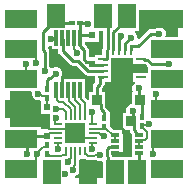
<source format=gtl>
G04*
G04 #@! TF.GenerationSoftware,Altium Limited,Altium Designer,22.2.1 (43)*
G04*
G04 Layer_Physical_Order=1*
G04 Layer_Color=3707366*
%FSLAX44Y44*%
%MOMM*%
G71*
G04*
G04 #@! TF.SameCoordinates,55AAE711-CEB4-47FC-94B9-92884521197F*
G04*
G04*
G04 #@! TF.FilePolarity,Positive*
G04*
G01*
G75*
%ADD11C,0.2000*%
%ADD12R,0.3000X1.4000*%
%ADD13R,0.4500X1.6000*%
%ADD14R,0.7500X0.3000*%
%ADD15R,1.8000X1.8000*%
%ADD16R,0.8000X0.2000*%
%ADD17R,0.2000X0.8000*%
%ADD18R,0.4500X0.5000*%
%ADD19R,0.5400X0.5800*%
%ADD20R,0.8500X0.9000*%
%ADD24R,0.5000X0.4500*%
%ADD41R,2.8000X1.5000*%
%ADD42R,1.5000X2.0000*%
%ADD43R,0.2400X0.8500*%
%ADD44R,0.8500X0.2400*%
%ADD45C,0.2500*%
%ADD46C,0.6000*%
G36*
X147000Y124100D02*
X136895D01*
X136189Y125156D01*
X136500Y125906D01*
Y128094D01*
X135663Y130115D01*
X134115Y131663D01*
X132094Y132500D01*
X129906D01*
X127885Y131663D01*
X127045Y130823D01*
X123926D01*
X122463Y130532D01*
X121223Y129704D01*
X113673Y122154D01*
X113612Y122167D01*
X112500Y122777D01*
Y124594D01*
X111663Y126615D01*
X110115Y128163D01*
X109953Y128230D01*
X110205Y129500D01*
X113500D01*
Y147000D01*
X147000D01*
Y124100D01*
D02*
G37*
G36*
X83677Y115050D02*
X83218Y114363D01*
X82927Y112900D01*
Y108700D01*
X77000D01*
Y107000D01*
X73419D01*
X73050Y107073D01*
X71323D01*
Y113035D01*
X71032Y114499D01*
X70204Y115739D01*
X68073Y117869D01*
Y119895D01*
X69300Y120000D01*
Y120000D01*
X79700D01*
Y129500D01*
X83677D01*
Y115050D01*
D02*
G37*
G36*
X37906Y116500D02*
X40000D01*
Y113500D01*
X45427D01*
Y112250D01*
X45718Y110787D01*
X46546Y109546D01*
X55296Y100796D01*
X56537Y99968D01*
X58000Y99677D01*
X60416D01*
X67796Y92296D01*
X69037Y91468D01*
X70500Y91177D01*
X77000D01*
Y86300D01*
X76380Y85287D01*
X75796Y84704D01*
X74968Y83463D01*
X74677Y82000D01*
Y77500D01*
X71750D01*
Y70974D01*
X70666Y70576D01*
X70480Y70567D01*
X68069Y72978D01*
Y78500D01*
X68000Y78845D01*
Y88500D01*
X50000D01*
Y72780D01*
X49743Y72569D01*
X48069D01*
Y78500D01*
X48000Y78845D01*
Y88500D01*
X48000D01*
X47642Y89364D01*
X48163Y89885D01*
X49000Y91906D01*
Y94094D01*
X48163Y96116D01*
X46616Y97663D01*
X44594Y98500D01*
X42406D01*
X40425Y97679D01*
X40076Y97568D01*
X39009Y97780D01*
X38663Y98616D01*
X37823Y99455D01*
Y111724D01*
X37532Y113187D01*
X36704Y114427D01*
X36573Y114557D01*
Y115909D01*
X37629Y116615D01*
X37906Y116500D01*
D02*
G37*
G36*
X23228Y77644D02*
X23000Y77094D01*
Y74906D01*
X23837Y72884D01*
X25385Y71337D01*
X27406Y70500D01*
X29594D01*
X29867Y70613D01*
X30800Y69756D01*
Y59000D01*
X37822D01*
X38671Y57730D01*
X38200Y56594D01*
Y54406D01*
X38500Y53682D01*
Y47000D01*
X37700Y46069D01*
X37355Y46000D01*
X30800D01*
X30500Y47146D01*
Y47900D01*
X5000D01*
Y78700D01*
X22522D01*
X23228Y77644D01*
D02*
G37*
G36*
X108500Y101300D02*
X117378D01*
X118250Y101127D01*
X119470D01*
X120883Y99714D01*
X121500Y98700D01*
Y93700D01*
X108500D01*
Y86300D01*
X109862D01*
X110160Y85652D01*
X110252Y85030D01*
X108837Y83616D01*
X108000Y81594D01*
Y79406D01*
X108583Y77998D01*
X108250Y77500D01*
X108250D01*
Y67000D01*
X107406D01*
X105385Y66163D01*
X103837Y64616D01*
X103000Y62594D01*
Y60406D01*
X102395Y59500D01*
X100250D01*
Y46167D01*
X100091Y45425D01*
X99187Y45000D01*
X92547D01*
X89250Y48297D01*
Y60250D01*
X88323D01*
Y60500D01*
X88032Y61963D01*
X87204Y63204D01*
X85323Y65084D01*
Y67500D01*
X85250Y67869D01*
Y77500D01*
X82324D01*
Y80416D01*
X83704Y81796D01*
X84532Y83037D01*
X84823Y84500D01*
Y86300D01*
X90500D01*
Y96300D01*
Y104681D01*
X90573Y105050D01*
Y106500D01*
X108500D01*
Y101300D01*
D02*
G37*
G36*
X68500Y39000D02*
X68500Y39000D01*
Y38000D01*
X68500D01*
X68500Y37730D01*
Y34000D01*
X51500D01*
Y46000D01*
X51500D01*
Y47000D01*
X51500D01*
Y51000D01*
X68500D01*
Y39000D01*
D02*
G37*
G36*
X106177Y45000D02*
X106468Y43537D01*
X107296Y42296D01*
X107927Y41666D01*
Y41250D01*
X108000Y40881D01*
Y32000D01*
Y22500D01*
X91073D01*
Y22654D01*
X90782Y24117D01*
X90573Y24430D01*
Y26927D01*
X93500D01*
X93869Y27000D01*
X100000D01*
Y32000D01*
Y44334D01*
X100159Y45075D01*
X101063Y45500D01*
X106177D01*
Y45000D01*
D02*
G37*
G36*
X68477Y20477D02*
X69634Y19703D01*
X71000Y19431D01*
X75985D01*
X77351Y19703D01*
X77488Y19795D01*
X79406Y19000D01*
X81594D01*
X82371Y19322D01*
X83427Y18616D01*
Y16250D01*
X83500Y15881D01*
Y5000D01*
X59998D01*
X59746Y6270D01*
X61115Y6837D01*
X62663Y8385D01*
X63500Y10406D01*
Y12594D01*
X62897Y14050D01*
X63297Y14649D01*
X63569Y16015D01*
Y21000D01*
X67953D01*
X68477Y20477D01*
D02*
G37*
D11*
X60000Y42500D02*
X64000Y38500D01*
X75000D01*
X27000Y102000D02*
Y107600D01*
X14000Y114100D02*
X20500D01*
X27000Y107600D01*
X18500Y93200D02*
Y101500D01*
X31832Y73750D02*
X34750D01*
X28500Y76000D02*
X29582D01*
X31832Y73750D01*
X14000Y88700D02*
X18500Y93200D01*
X117017Y49664D02*
X121960D01*
X116946Y49735D02*
X117017Y49664D01*
X121960D02*
X122450Y50154D01*
X116000Y48788D02*
X116946Y49735D01*
X43000Y50500D02*
Y54800D01*
Y50500D02*
X45000D01*
X43000Y54800D02*
X43700Y55500D01*
X74000Y29500D02*
Y34500D01*
X79735Y23735D02*
X80500Y24500D01*
X76720Y23735D02*
X79735D01*
X75985Y23000D02*
X76720Y23735D01*
X64000Y79000D02*
X64500Y78500D01*
X68000Y57500D02*
Y68000D01*
X64500Y71500D02*
X68000Y68000D01*
X64500Y71500D02*
Y78500D01*
X134500Y63300D02*
X138000D01*
X128000Y69800D02*
Y76000D01*
Y69800D02*
X134500Y63300D01*
X59000Y113519D02*
X61000Y111519D01*
X59000Y113519D02*
Y123000D01*
X61000Y110500D02*
Y111519D01*
X27000Y25157D02*
X31000Y29157D01*
X116000Y48500D02*
Y48788D01*
X74500Y50500D02*
X75000D01*
X74500D02*
Y60500D01*
X43700Y63572D02*
X44272Y63000D01*
X49500D01*
X132000Y37900D02*
X138000D01*
X125500Y25000D02*
Y31400D01*
X132000Y37900D01*
X71000Y23000D02*
X75985D01*
X68000Y26000D02*
X71000Y23000D01*
X74000Y34500D02*
X75000D01*
Y46500D02*
X83250D01*
X84500Y47750D01*
Y47500D02*
X85750Y46250D01*
X86250D01*
X84500Y47500D02*
Y47750D01*
X86250Y46250D02*
X91500Y41000D01*
X93750D01*
Y36000D02*
Y41000D01*
X114250Y31000D02*
Y36000D01*
X114750Y36500D01*
X119243D02*
X121000Y38257D01*
Y43743D01*
X117493Y47250D02*
X121000Y43743D01*
X116000Y48500D02*
X117250Y47250D01*
X114750Y36500D02*
X119243D01*
X117250Y47250D02*
X117493D01*
X54000Y18500D02*
Y19582D01*
X56000Y21582D01*
Y27000D01*
X60000Y16015D02*
Y27500D01*
X58765Y14780D02*
X60000Y16015D01*
X58765Y12265D02*
Y14780D01*
X58000Y11500D02*
X58765Y12265D01*
X49000Y24500D02*
X52000D01*
X38422Y23500D02*
X48000D01*
X52000Y24500D02*
Y27500D01*
X48000Y23500D02*
X49000Y24500D01*
X75000Y42500D02*
X80418D01*
X82918Y40000D02*
X84000D01*
X80418Y42500D02*
X82918Y40000D01*
X36000Y25000D02*
X37250Y23750D01*
X38172D01*
X38422Y23500D01*
X49500Y63000D02*
X52000Y60500D01*
X46257Y69000D02*
X49743D01*
X56000Y62743D01*
X44500Y70757D02*
X46257Y69000D01*
X34750Y73750D02*
X36000Y72500D01*
Y72250D02*
Y72500D01*
Y64400D02*
Y72250D01*
X44500Y70757D02*
Y78500D01*
X54500Y70000D02*
Y78500D01*
Y70000D02*
X60000Y64500D01*
X59500Y70657D02*
X64000Y66157D01*
X59500Y70657D02*
Y78500D01*
X52000Y57500D02*
Y60500D01*
X56000Y46500D02*
X60000Y42500D01*
X45000Y46500D02*
X56000D01*
X36000Y48400D02*
Y56600D01*
Y48200D02*
X37700Y46500D01*
X36000Y48200D02*
Y48400D01*
X38872Y46500D02*
X45000D01*
X38872Y46500D02*
X38872Y46500D01*
X37700Y46500D02*
X38872D01*
X45000Y29500D02*
Y34500D01*
X27000Y24500D02*
X27500Y25000D01*
X27000Y19000D02*
Y24500D01*
X36000Y25000D02*
Y25250D01*
X20500Y12500D02*
X27000Y19000D01*
X14000Y12500D02*
X20500D01*
X60000Y57500D02*
Y64500D01*
X56000Y57500D02*
Y62743D01*
X44000Y79000D02*
X44500Y78500D01*
X64000Y57500D02*
Y66157D01*
X59000Y79000D02*
X59500Y78500D01*
X54000Y79000D02*
X54500Y78500D01*
X33007Y31250D02*
X34750D01*
X36000Y32500D02*
Y32750D01*
X31000Y29157D02*
Y29243D01*
X33007Y31250D01*
X34750D02*
X36000Y32500D01*
Y40800D02*
X37700Y42500D01*
X45000D01*
D12*
X64000Y123000D02*
D03*
X59000D02*
D03*
X54000D02*
D03*
X49000D02*
D03*
X44000D02*
D03*
Y79000D02*
D03*
X49000D02*
D03*
X54000D02*
D03*
X59000D02*
D03*
X64000D02*
D03*
D13*
X104000Y33500D02*
D03*
D14*
X114250Y41000D02*
D03*
Y36000D02*
D03*
Y31000D02*
D03*
Y26000D02*
D03*
X93750D02*
D03*
Y31000D02*
D03*
Y36000D02*
D03*
Y41000D02*
D03*
D15*
X60000Y42500D02*
D03*
X99500Y97500D02*
D03*
D16*
X45000Y34500D02*
D03*
Y38500D02*
D03*
Y42500D02*
D03*
Y46500D02*
D03*
Y50500D02*
D03*
X75000D02*
D03*
Y46500D02*
D03*
Y42500D02*
D03*
Y38500D02*
D03*
Y34500D02*
D03*
D17*
X52000Y57500D02*
D03*
X56000D02*
D03*
X60000D02*
D03*
X64000D02*
D03*
X68000D02*
D03*
Y27500D02*
D03*
X64000D02*
D03*
X60000D02*
D03*
X56000D02*
D03*
X52000D02*
D03*
D18*
X36000Y72250D02*
D03*
Y79750D02*
D03*
Y25250D02*
D03*
Y32750D02*
D03*
X84500Y55250D02*
D03*
Y47750D02*
D03*
X116000Y56250D02*
D03*
Y48750D02*
D03*
D19*
X36000Y48400D02*
D03*
Y40600D02*
D03*
Y64400D02*
D03*
Y56600D02*
D03*
X74500Y125400D02*
D03*
Y117600D02*
D03*
Y101600D02*
D03*
Y109400D02*
D03*
D20*
X102000Y70500D02*
D03*
X115000D02*
D03*
X94000Y52500D02*
D03*
X107000D02*
D03*
X91500Y70500D02*
D03*
X78500D02*
D03*
D24*
X56750Y136000D02*
D03*
X64250D02*
D03*
D41*
X14000Y12500D02*
D03*
Y37900D02*
D03*
Y63300D02*
D03*
Y88700D02*
D03*
Y114100D02*
D03*
Y139500D02*
D03*
X138000D02*
D03*
Y114100D02*
D03*
Y88700D02*
D03*
Y63300D02*
D03*
Y37900D02*
D03*
Y12500D02*
D03*
D42*
X70500Y10000D02*
D03*
X40500D02*
D03*
X112500D02*
D03*
X93500D02*
D03*
X44000Y142000D02*
D03*
X83500D02*
D03*
X103500D02*
D03*
D43*
X92000Y81750D02*
D03*
X97000D02*
D03*
X102000D02*
D03*
X107000D02*
D03*
Y113250D02*
D03*
X102000D02*
D03*
X97000D02*
D03*
X92000D02*
D03*
D44*
X115250Y90000D02*
D03*
Y95000D02*
D03*
Y100000D02*
D03*
Y105000D02*
D03*
X83750D02*
D03*
Y100000D02*
D03*
Y95000D02*
D03*
Y90000D02*
D03*
D45*
X34000Y95500D02*
Y111724D01*
X32750Y112974D02*
Y128250D01*
Y112974D02*
X34000Y111724D01*
X32750Y128250D02*
X44000Y139500D01*
X42553Y93000D02*
X43500D01*
X38821Y89268D02*
X42553Y93000D01*
X39000Y122000D02*
X43750D01*
X44000Y122250D01*
Y123000D01*
X68607Y135696D02*
X69553Y134750D01*
X64250Y136000D02*
X64554Y135696D01*
X69553Y134750D02*
X70500D01*
X64554Y135696D02*
X68607D01*
X62000Y103500D02*
X70500Y95000D01*
X58000Y103500D02*
X62000D01*
X49250Y112250D02*
X58000Y103500D01*
X70500Y95000D02*
X83750D01*
X94500Y51750D02*
Y52500D01*
X99500Y46654D02*
Y46750D01*
X94500Y51750D02*
X99500Y46750D01*
X104000Y34000D02*
Y39250D01*
X100750Y42500D02*
X104000Y39250D01*
X100750Y42500D02*
Y45404D01*
X99500Y46654D02*
X100750Y45404D01*
X64125Y135875D02*
X64250Y136000D01*
X49250Y112250D02*
Y122750D01*
X64250Y116285D02*
Y125150D01*
Y116285D02*
X67500Y113035D01*
X64000Y116536D02*
X64250Y116285D01*
X64000Y116536D02*
Y117000D01*
X64125Y125275D02*
X64250Y125150D01*
X67500Y105000D02*
Y113035D01*
Y105000D02*
X69250Y103250D01*
X73050D01*
X97000Y122303D02*
X98544Y123847D01*
Y124794D01*
X97000Y113250D02*
Y122303D01*
X113500Y72000D02*
Y80500D01*
Y72000D02*
X115000Y70500D01*
X73950Y102050D02*
X75950Y100050D01*
X74500Y101600D02*
Y101800D01*
X73050Y103250D02*
X74500Y101800D01*
X124504Y101500D02*
X139500D01*
X121054Y104950D02*
X124504Y101500D01*
X118250Y104950D02*
X121054D01*
X123926Y127000D02*
X131000D01*
X107050Y116250D02*
X113176D01*
X123926Y127000D01*
X116000Y56250D02*
Y69500D01*
X115500Y70000D02*
X116000Y69500D01*
X81000Y84500D02*
Y89950D01*
X78500Y82000D02*
X81000Y84500D01*
X78500Y70500D02*
Y82000D01*
X81000Y89950D02*
X81050Y90000D01*
X83750D01*
X37768Y89268D02*
X38821D01*
X36000Y87500D02*
X37768Y89268D01*
X36000Y79750D02*
Y87500D01*
X14000Y63300D02*
X15500Y64800D01*
X108500Y54000D02*
Y61500D01*
X107000Y52500D02*
X108500Y54000D01*
X107000Y52500D02*
X110000Y49500D01*
X114250Y12250D02*
Y26000D01*
X112000Y10000D02*
X114250Y12250D01*
X78500Y70500D02*
X81500Y67500D01*
Y63500D02*
Y67500D01*
Y63500D02*
X84500Y60500D01*
Y55250D02*
Y60500D01*
X86750Y23154D02*
X87250Y22654D01*
Y16250D02*
Y22654D01*
X86750Y23154D02*
Y28846D01*
X88654Y30750D01*
X87250Y16250D02*
X93500Y10000D01*
X88654Y30750D02*
X93500D01*
X93750Y31000D01*
X110000Y45000D02*
X111750Y43250D01*
Y41250D02*
X112000Y41000D01*
X111750Y41250D02*
Y43250D01*
X110000Y45000D02*
Y49500D01*
X112000Y41000D02*
X114250D01*
X86000Y142000D02*
X87500Y140500D01*
Y113650D02*
Y140500D01*
X86750Y112900D02*
X87500Y113650D01*
X86750Y105050D02*
Y112900D01*
X86700Y105000D02*
X86750Y105050D01*
X83750Y105000D02*
X86700D01*
X100000Y136000D02*
X101500D01*
X92000Y128000D02*
X100000Y136000D01*
X92000Y113250D02*
Y128000D01*
X14000Y37900D02*
X19000Y32900D01*
Y25000D02*
Y32900D01*
X49000Y123000D02*
X49250Y122750D01*
X64125Y125275D02*
X64250Y125400D01*
X64125Y125275D02*
Y135875D01*
X64250Y125400D02*
X74500D01*
X75950Y100050D02*
X83700D01*
X83750Y100000D01*
X50000Y136000D02*
X56750D01*
X44000Y142000D02*
X50000Y136000D01*
X35900Y56500D02*
X36000Y56600D01*
X31000Y56500D02*
X35900D01*
X20250Y57050D02*
X30450D01*
X14000Y63300D02*
X20250Y57050D01*
X30450D02*
X31000Y56500D01*
X107000Y113250D02*
Y116200D01*
X107050Y116250D01*
X44000Y139500D02*
Y142000D01*
X36000Y40600D02*
Y40800D01*
X14000Y37900D02*
X16700Y40600D01*
X36000D01*
X102050Y118550D02*
X107000Y123500D01*
X102050Y113300D02*
Y118550D01*
X102000Y113250D02*
X102050Y113300D01*
D46*
X27000Y102000D02*
D03*
X18500Y101500D02*
D03*
X28500Y76000D02*
D03*
X34000Y95500D02*
D03*
X42500Y105000D02*
D03*
X54500Y94000D02*
D03*
X43500Y93000D02*
D03*
X71500Y81500D02*
D03*
X122450Y50154D02*
D03*
X43700Y55500D02*
D03*
X39000Y122000D02*
D03*
X70500Y134750D02*
D03*
X80500Y24500D02*
D03*
X74000Y29500D02*
D03*
X80500Y16000D02*
D03*
X87000Y81000D02*
D03*
X128000Y76000D02*
D03*
X61000Y110500D02*
D03*
X24500Y51000D02*
D03*
X98544Y124794D02*
D03*
X113500Y80500D02*
D03*
X139500Y101500D02*
D03*
X104000Y34000D02*
D03*
X131000Y127000D02*
D03*
X119000Y135000D02*
D03*
X74500Y60500D02*
D03*
X43700Y63500D02*
D03*
X125500Y25000D02*
D03*
X108500Y61500D02*
D03*
X79500Y113500D02*
D03*
X50806Y8000D02*
D03*
X54000Y18500D02*
D03*
X58000Y11500D02*
D03*
X84000Y40000D02*
D03*
X60000Y42500D02*
D03*
X93000Y61500D02*
D03*
X19000Y25000D02*
D03*
X45000Y29500D02*
D03*
X27500Y25000D02*
D03*
X99500Y97500D02*
D03*
X107000Y123500D02*
D03*
M02*

</source>
